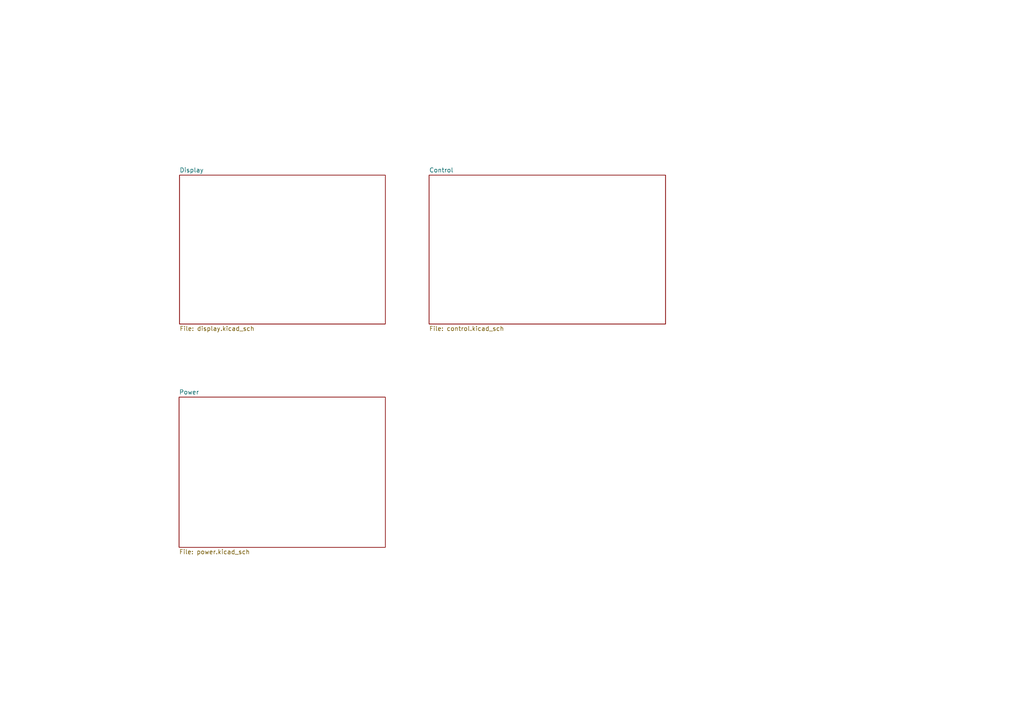
<source format=kicad_sch>
(kicad_sch (version 20211123) (generator eeschema)
  (paper "A4")
  (lib_symbols)
  (sheet (at 52.07 50.8) (size 59.69 43.18) (stroke (width 0.1524))
    (property "Sheet name" "Display" (at 52.07 50.0884 0) (effects (justify left bottom)))
    (property "Sheet file" "display.kicad_sch" (at 52.07 94.5646 0) (effects (justify left top)))
  )
  (sheet (at 124.46 50.8) (size 68.58 43.18) (stroke (width 0.1524))
    (property "Sheet name" "Control" (at 124.46 50.0884 0) (effects (justify left bottom)))
    (property "Sheet file" "control.kicad_sch" (at 124.46 94.5646 0) (effects (justify left top)))
  )
  (sheet (at 51.943 115.189) (size 59.817 43.561) (stroke (width 0.1524))
    (property "Sheet name" "Power" (at 51.943 114.4774 0) (effects (justify left bottom)))
    (property "Sheet file" "power.kicad_sch" (at 51.943 159.3346 0) (effects (justify left top)))
  )
)
</source>
